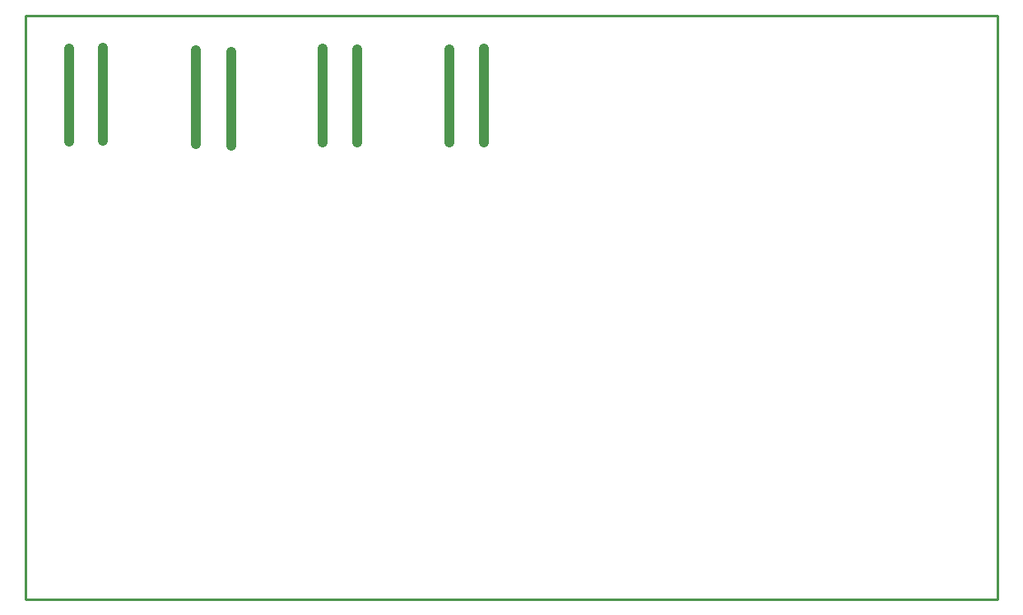
<source format=gko>
G04*
G04 #@! TF.GenerationSoftware,Altium Limited,Altium Designer,21.2.1 (34)*
G04*
G04 Layer_Color=16711935*
%FSLAX24Y24*%
%MOIN*%
G70*
G04*
G04 #@! TF.SameCoordinates,093661B1-31BE-42CD-8BD9-57EC7F8E6B73*
G04*
G04*
G04 #@! TF.FilePolarity,Positive*
G04*
G01*
G75*
%ADD91C,0.0394*%
%ADD107C,0.0100*%
D91*
X1752Y42142D02*
Y45926D01*
X18563Y42118D02*
Y45902D01*
X17165Y42098D02*
Y45882D01*
X13421Y42098D02*
Y45882D01*
X12020Y42118D02*
Y45902D01*
X8315Y41980D02*
Y45764D01*
X6898Y42051D02*
Y45835D01*
X3142Y42169D02*
Y45953D01*
D107*
X0Y23622D02*
Y47244D01*
Y23622D02*
X39370D01*
Y47244D01*
X0D02*
X39370D01*
M02*

</source>
